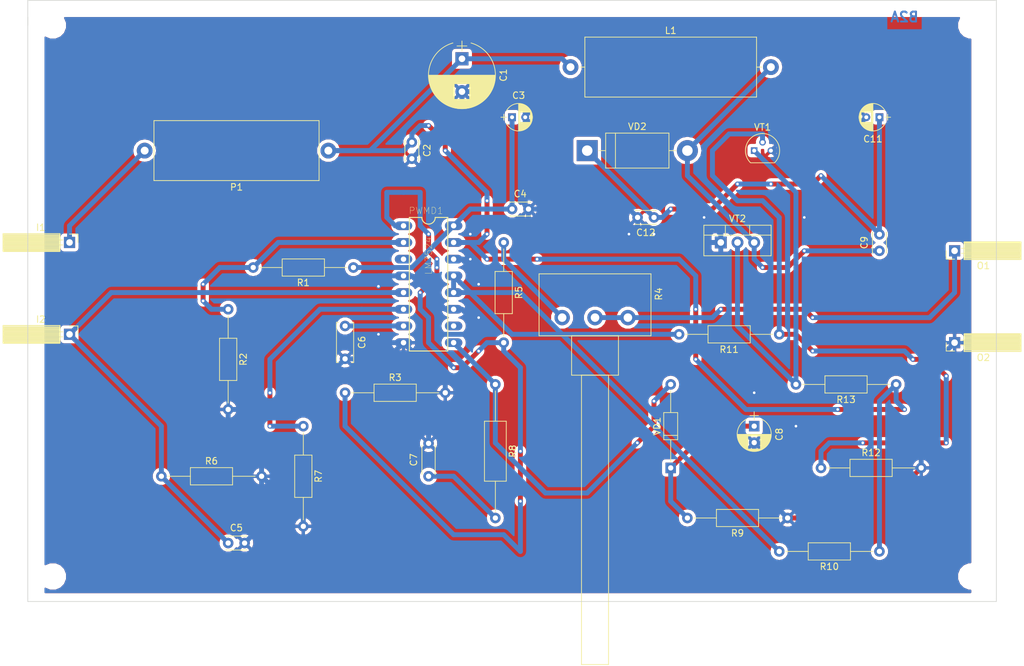
<source format=kicad_pcb>
(kicad_pcb (version 4) (host pcbnew 4.0.7)
  (layers (0 F.Cu signal) (31 B.Cu signal) (34 B.Paste user) (35 F.Paste user) (36 B.SilkS user) (37 F.SilkS user) (38 B.Mask user) (39 F.Mask user) (44 Edge.Cuts user))
  (net 0 "")
  (net 1 "Net-(C1-Pad1)")
  (net 2 GND)
  (net 3 "Net-(C3-Pad1)")
  (net 4 "Net-(C5-Pad1)")
  (net 5 "Net-(C6-Pad1)")
  (net 6 "Net-(C7-Pad1)")
  (net 7 "Net-(C8-Pad1)")
  (net 8 "Net-(C9-Pad1)")
  (net 9 "Net-(C11-Pad1)")
  (net 10 "Net-(I1-Pad1)")
  (net 11 "Net-(O1-Pad1)")
  (net 12 "Net-(PWMD1-Pad1)")
  (net 13 "Net-(PWMD1-Pad2)")
  (net 14 "Net-(PWMD1-Pad3)")
  (net 15 "Net-(PWMD1-Pad6)")
  (net 16 "Net-(PWMD1-Pad9)")
  (net 17 "Net-(PWMD1-Pad10)")
  (net 18 "Net-(PWMD1-Pad12)")
  (net 19 "Net-(R4-Pad1)")
  (net 20 "Net-(R11-Pad1)")
  (net 21 "Net-(R13-Pad2)")
  (module Capacitors_THT:CP_Radial_D10.0mm_P5.00mm (layer F.Cu) (at 129.54 48.26 270)
    (fp_text reference C1 (at 2.5 -6.31 270) (layer F.SilkS))
    (fp_text value "20V 1000uF")
    (pad 1 thru_hole rect (at 0 0 270) (size 2 2) (drill 1) (layers *.Cu *.Mask) (net 1 "Net-(C1-Pad1)"))
    (pad 2 thru_hole circle (at 5 0 270) (size 2 2) (drill 1) (layers *.Cu *.Mask) (net 2 GND))
  )
  (module Capacitors_THT:C_Disc_D3.0mm_W2.0mm_P2.50mm (layer F.Cu) (at 121.92 60.96 270)
    (fp_text reference C2 (at 1.25 -2.31 270) (layer F.SilkS))
    (fp_text value 0.1uF)
    (pad 1 thru_hole circle (at 0 0 270) (size 1.6 1.6) (drill 0.8) (layers *.Cu *.Mask) (net 1 "Net-(C1-Pad1)"))
    (pad 2 thru_hole circle (at 2.5 0 270) (size 1.6 1.6) (drill 0.8) (layers *.Cu *.Mask) (net 2 GND))
  )
  (module Capacitors_THT:CP_Radial_D4.0mm_P2.00mm (layer F.Cu) (at 137.16 57.15)
    (fp_text reference C3 (at 1 -3.31) (layer F.SilkS))
    (fp_text value "20V 10uF")
    (pad 1 thru_hole rect (at 0 0) (size 1.2 1.2) (drill 0.6) (layers *.Cu *.Mask) (net 3 "Net-(C3-Pad1)"))
    (pad 2 thru_hole circle (at 2 0) (size 1.2 1.2) (drill 0.6) (layers *.Cu *.Mask) (net 2 GND))
  )
  (module Capacitors_THT:C_Disc_D3.0mm_W2.0mm_P2.50mm (layer F.Cu) (at 137.16 71.12)
    (fp_text reference C4 (at 1.25 -2.31) (layer F.SilkS))
    (fp_text value 0.1uF)
    (pad 1 thru_hole circle (at 0 0) (size 1.6 1.6) (drill 0.8) (layers *.Cu *.Mask) (net 3 "Net-(C3-Pad1)"))
    (pad 2 thru_hole circle (at 2.5 0) (size 1.6 1.6) (drill 0.8) (layers *.Cu *.Mask) (net 2 GND))
  )
  (module Capacitors_THT:C_Disc_D3.0mm_W2.0mm_P2.50mm (layer F.Cu) (at 93.98 121.92)
    (fp_text reference C5 (at 1.25 -2.31) (layer F.SilkS))
    (fp_text value 0.1uF)
    (pad 1 thru_hole circle (at 0 0) (size 1.6 1.6) (drill 0.8) (layers *.Cu *.Mask) (net 4 "Net-(C5-Pad1)"))
    (pad 2 thru_hole circle (at 2.5 0) (size 1.6 1.6) (drill 0.8) (layers *.Cu *.Mask) (net 2 GND))
  )
  (module Capacitors_THT:C_Disc_D6.0mm_W2.5mm_P5.00mm (layer F.Cu) (at 111.76 88.9 270)
    (fp_text reference C6 (at 2.5 -2.56 270) (layer F.SilkS))
    (fp_text value 0.022uF)
    (pad 1 thru_hole circle (at 0 0 270) (size 1.6 1.6) (drill 0.8) (layers *.Cu *.Mask) (net 5 "Net-(C6-Pad1)"))
    (pad 2 thru_hole circle (at 5 0 270) (size 1.6 1.6) (drill 0.8) (layers *.Cu *.Mask) (net 2 GND))
  )
  (module Capacitors_THT:C_Disc_D4.3mm_W1.9mm_P5.00mm (layer F.Cu) (at 124.46 111.76 90)
    (fp_text reference C7 (at 2.5 -2.26 90) (layer F.SilkS))
    (fp_text value 1000pF)
    (pad 1 thru_hole circle (at 0 0 90) (size 1.6 1.6) (drill 0.8) (layers *.Cu *.Mask) (net 6 "Net-(C7-Pad1)"))
    (pad 2 thru_hole circle (at 5 0 90) (size 1.6 1.6) (drill 0.8) (layers *.Cu *.Mask) (net 2 GND))
  )
  (module Capacitors_THT:CP_Radial_D5.0mm_P2.50mm (layer F.Cu) (at 173.99 104.14 270)
    (fp_text reference C8 (at 1.25 -3.81 270) (layer F.SilkS))
    (fp_text value "25V 4.7uF")
    (pad 1 thru_hole rect (at 0 0 270) (size 1.6 1.6) (drill 0.8) (layers *.Cu *.Mask) (net 7 "Net-(C8-Pad1)"))
    (pad 2 thru_hole circle (at 2.5 0 270) (size 1.6 1.6) (drill 0.8) (layers *.Cu *.Mask) (net 2 GND))
  )
  (module Capacitors_THT:C_Disc_D3.0mm_W2.0mm_P2.50mm (layer F.Cu) (at 193.04 77.47 90)
    (fp_text reference C9 (at 1.25 -2.31 90) (layer F.SilkS))
    (fp_text value 0.1uF)
    (pad 1 thru_hole circle (at 0 0 90) (size 1.6 1.6) (drill 0.8) (layers *.Cu *.Mask) (net 8 "Net-(C9-Pad1)"))
    (pad 2 thru_hole circle (at 2.5 0 90) (size 1.6 1.6) (drill 0.8) (layers *.Cu *.Mask) (net 9 "Net-(C11-Pad1)"))
  )
  (module Capacitors_THT:CP_Radial_D4.0mm_P2.00mm (layer F.Cu) (at 193.04 57.15 180)
    (fp_text reference C11 (at 1 -3.31 180) (layer F.SilkS))
    (fp_text value "20V 10uF")
    (pad 1 thru_hole rect (at 0 0 180) (size 1.2 1.2) (drill 0.6) (layers *.Cu *.Mask) (net 9 "Net-(C11-Pad1)"))
    (pad 2 thru_hole circle (at 2 0 180) (size 1.2 1.2) (drill 0.6) (layers *.Cu *.Mask) (net 2 GND))
  )
  (module Capacitors_THT:C_Disc_D3.0mm_W2.0mm_P2.50mm (layer F.Cu) (at 158.75 72.39 180)
    (fp_text reference C12 (at 1.25 -2.31 180) (layer F.SilkS))
    (fp_text value 0.1uF)
    (pad 1 thru_hole circle (at 0 0 180) (size 1.6 1.6) (drill 0.8) (layers *.Cu *.Mask) (net 9 "Net-(C11-Pad1)"))
    (pad 2 thru_hole circle (at 2.5 0 180) (size 1.6 1.6) (drill 0.8) (layers *.Cu *.Mask) (net 2 GND))
  )
  (module Socket_Strips:Socket_Strip_Angled_1x01_Pitch2.54mm (layer F.Cu) (at 69.85 76.2)
    (fp_text reference I1 (at -4.38 -2.27) (layer F.SilkS))
    (fp_text value +13V)
    (pad 1 thru_hole rect (at 0 0) (size 1.7 1.7) (drill 1) (layers *.Cu *.Mask) (net 10 "Net-(I1-Pad1)"))
  )
  (module Socket_Strips:Socket_Strip_Angled_1x01_Pitch2.54mm (layer F.Cu) (at 69.85 90.17)
    (fp_text reference I2 (at -4.38 -2.27) (layer F.SilkS))
    (fp_text value -13V)
    (pad 1 thru_hole rect (at 0 0) (size 1.7 1.7) (drill 1) (layers *.Cu *.Mask) (net 4 "Net-(C5-Pad1)"))
  )
  (module Inductors_THT:L_Axial_L26.0mm_D9.0mm_P30.48mm_Horizontal_Fastron_77A (layer F.Cu) (at 146.05 49.53)
    (fp_text reference L1 (at 15.24 -5.56) (layer F.SilkS))
    (fp_text value "INDUCTOR 100uH")
    (pad 1 thru_hole circle (at 0 0) (size 2.4 2.4) (drill 1.2) (layers *.Cu *.Mask) (net 1 "Net-(C1-Pad1)"))
    (pad 2 thru_hole oval (at 30.48 0) (size 2.4 2.4) (drill 1.2) (layers *.Cu *.Mask) (net 8 "Net-(C9-Pad1)"))
  )
  (module Socket_Strips:Socket_Strip_Angled_1x01_Pitch2.54mm (layer F.Cu) (at 204.47 77.47 180)
    (fp_text reference O1 (at -4.38 -2.27 180) (layer F.SilkS))
    (fp_text value +19V)
    (pad 1 thru_hole rect (at 0 0 180) (size 1.7 1.7) (drill 1) (layers *.Cu *.Mask) (net 11 "Net-(O1-Pad1)"))
  )
  (module Socket_Strips:Socket_Strip_Angled_1x01_Pitch2.54mm (layer F.Cu) (at 204.47 91.44 180)
    (fp_text reference O2 (at -4.38 -2.27 180) (layer F.SilkS))
    (fp_text value -19V)
    (pad 1 thru_hole rect (at 0 0 180) (size 1.7 1.7) (drill 1) (layers *.Cu *.Mask) (net 2 GND))
  )
  (module Resistors_THT:R_Axial_Power_L25.0mm_W9.0mm_P27.94mm (layer F.Cu) (at 109.22 62.23 180)
    (fp_text reference P1 (at 13.97 -5.56 180) (layer F.SilkS))
    (fp_text value "10A Fuse")
    (pad 1 thru_hole circle (at 0 0 180) (size 2.4 2.4) (drill 1.2) (layers *.Cu *.Mask) (net 1 "Net-(C1-Pad1)"))
    (pad 2 thru_hole oval (at 27.94 0 180) (size 2.4 2.4) (drill 1.2) (layers *.Cu *.Mask) (net 10 "Net-(I1-Pad1)"))
  )
  (module LM3524:DIL16 (layer F.Cu) (at 124.46 82.55 270)
    (fp_text reference PWMD1 (at -11.1911 0.381503 360) (layer F.SilkS) (effects (font (size 1.00135 1.00135) (thickness 0.05))))
    (fp_text value LM3524 (at -4.3299 0.000002 270) (layer F.SilkS) (effects (font (size 1.00275 1.00275) (thickness 0.05))))
    (pad 1 thru_hole oval (at -8.89 3.81) (size 2.6416 1.3208) (drill 0.8128) (layers *.Cu *.Mask) (net 12 "Net-(PWMD1-Pad1)"))
    (pad 2 thru_hole oval (at -6.35 3.81) (size 2.6416 1.3208) (drill 0.8128) (layers *.Cu *.Mask) (net 13 "Net-(PWMD1-Pad2)"))
    (pad 7 thru_hole oval (at 6.35 3.81) (size 2.6416 1.3208) (drill 0.8128) (layers *.Cu *.Mask) (net 5 "Net-(C6-Pad1)"))
    (pad 8 thru_hole oval (at 8.89 3.81) (size 2.6416 1.3208) (drill 0.8128) (layers *.Cu *.Mask) (net 2 GND))
    (pad 3 thru_hole oval (at -3.81 3.81) (size 2.6416 1.3208) (drill 0.8128) (layers *.Cu *.Mask) (net 14 "Net-(PWMD1-Pad3)"))
    (pad 4 thru_hole oval (at -1.27 3.81) (size 2.6416 1.3208) (drill 0.8128) (layers *.Cu *.Mask) (net 2 GND))
    (pad 6 thru_hole oval (at 3.81 3.81) (size 2.6416 1.3208) (drill 0.8128) (layers *.Cu *.Mask) (net 15 "Net-(PWMD1-Pad6)"))
    (pad 5 thru_hole oval (at 1.27 3.81) (size 2.6416 1.3208) (drill 0.8128) (layers *.Cu *.Mask) (net 4 "Net-(C5-Pad1)"))
    (pad 9 thru_hole oval (at 8.89 -3.81) (size 2.6416 1.3208) (drill 0.8128) (layers *.Cu *.Mask) (net 16 "Net-(PWMD1-Pad9)"))
    (pad 10 thru_hole oval (at 6.35 -3.81) (size 2.6416 1.3208) (drill 0.8128) (layers *.Cu *.Mask) (net 17 "Net-(PWMD1-Pad10)"))
    (pad 11 thru_hole oval (at 3.81 -3.81) (size 2.6416 1.3208) (drill 0.8128) (layers *.Cu *.Mask) (net 2 GND))
    (pad 12 thru_hole oval (at 1.27 -3.81) (size 2.6416 1.3208) (drill 0.8128) (layers *.Cu *.Mask) (net 18 "Net-(PWMD1-Pad12)"))
    (pad 13 thru_hole oval (at -1.27 -3.81) (size 2.6416 1.3208) (drill 0.8128) (layers *.Cu *.Mask) (net 18 "Net-(PWMD1-Pad12)"))
    (pad 14 thru_hole oval (at -3.81 -3.81) (size 2.6416 1.3208) (drill 0.8128) (layers *.Cu *.Mask) (net 2 GND))
    (pad 15 thru_hole oval (at -6.35 -3.81) (size 2.6416 1.3208) (drill 0.8128) (layers *.Cu *.Mask) (net 1 "Net-(C1-Pad1)"))
    (pad 16 thru_hole oval (at -8.89 -3.81) (size 2.6416 1.3208) (drill 0.8128) (layers *.Cu *.Mask) (net 3 "Net-(C3-Pad1)"))
  )
  (module Resistors_THT:R_Axial_DIN0207_L6.3mm_D2.5mm_P15.24mm_Horizontal (layer F.Cu) (at 113.03 80.01 180)
    (fp_text reference R1 (at 7.62 -2.31 180) (layer F.SilkS))
    (fp_text value "4.7k ohm")
    (pad 1 thru_hole circle (at 0 0 180) (size 1.6 1.6) (drill 0.8) (layers *.Cu *.Mask) (net 3 "Net-(C3-Pad1)"))
    (pad 2 thru_hole oval (at 15.24 0 180) (size 1.6 1.6) (drill 0.8) (layers *.Cu *.Mask) (net 13 "Net-(PWMD1-Pad2)"))
  )
  (module Resistors_THT:R_Axial_DIN0207_L6.3mm_D2.5mm_P15.24mm_Horizontal (layer F.Cu) (at 93.98 86.36 270)
    (fp_text reference R2 (at 7.62 -2.31 270) (layer F.SilkS))
    (fp_text value "4.7k ohm")
    (pad 1 thru_hole circle (at 0 0 270) (size 1.6 1.6) (drill 0.8) (layers *.Cu *.Mask) (net 13 "Net-(PWMD1-Pad2)"))
    (pad 2 thru_hole oval (at 15.24 0 270) (size 1.6 1.6) (drill 0.8) (layers *.Cu *.Mask) (net 2 GND))
  )
  (module Resistors_THT:R_Axial_DIN0207_L6.3mm_D2.5mm_P15.24mm_Horizontal (layer F.Cu) (at 111.76 99.06)
    (fp_text reference R3 (at 7.62 -2.31) (layer F.SilkS))
    (fp_text value "2.4k ohm")
    (pad 1 thru_hole circle (at 0 0) (size 1.6 1.6) (drill 0.8) (layers *.Cu *.Mask) (net 12 "Net-(PWMD1-Pad1)"))
    (pad 2 thru_hole oval (at 15.24 0) (size 1.6 1.6) (drill 0.8) (layers *.Cu *.Mask) (net 2 GND))
  )
  (module Potentiometers:Potentiometer_Omeg_PC16PU_Vertical (layer F.Cu) (at 144.78 87.63 270)
    (fp_text reference R4 (at -3.6 -14.7 270) (layer F.SilkS))
    (fp_text value "4.7k ohm")
    (pad 3 thru_hole circle (at 0 -10 270) (size 2.34 2.34) (drill 1.3) (layers *.Cu *.Mask) (net 11 "Net-(O1-Pad1)"))
    (pad 2 thru_hole circle (at 0 -5 270) (size 2.34 2.34) (drill 1.3) (layers *.Cu *.Mask) (net 11 "Net-(O1-Pad1)"))
    (pad 1 thru_hole circle (at 0 0 270) (size 2.34 2.34) (drill 1.3) (layers *.Cu *.Mask) (net 19 "Net-(R4-Pad1)"))
  )
  (module Resistors_THT:R_Axial_DIN0207_L6.3mm_D2.5mm_P15.24mm_Horizontal (layer F.Cu) (at 135.89 76.2 270)
    (fp_text reference R5 (at 7.62 -2.31 270) (layer F.SilkS))
    (fp_text value "12k ohm")
    (pad 1 thru_hole circle (at 0 0 270) (size 1.6 1.6) (drill 0.8) (layers *.Cu *.Mask) (net 19 "Net-(R4-Pad1)"))
    (pad 2 thru_hole oval (at 15.24 0 270) (size 1.6 1.6) (drill 0.8) (layers *.Cu *.Mask) (net 12 "Net-(PWMD1-Pad1)"))
  )
  (module Resistors_THT:R_Axial_DIN0207_L6.3mm_D2.5mm_P15.24mm_Horizontal (layer F.Cu) (at 83.82 111.76)
    (fp_text reference R6 (at 7.62 -2.31) (layer F.SilkS))
    (fp_text value "0.04 ohm")
    (pad 1 thru_hole circle (at 0 0) (size 1.6 1.6) (drill 0.8) (layers *.Cu *.Mask) (net 4 "Net-(C5-Pad1)"))
    (pad 2 thru_hole oval (at 15.24 0) (size 1.6 1.6) (drill 0.8) (layers *.Cu *.Mask) (net 2 GND))
  )
  (module Resistors_THT:R_Axial_DIN0207_L6.3mm_D2.5mm_P15.24mm_Horizontal (layer F.Cu) (at 105.41 104.14 270)
    (fp_text reference R7 (at 7.62 -2.31 270) (layer F.SilkS))
    (fp_text value "2.7 ohm")
    (pad 1 thru_hole circle (at 0 0 270) (size 1.6 1.6) (drill 0.8) (layers *.Cu *.Mask) (net 15 "Net-(PWMD1-Pad6)"))
    (pad 2 thru_hole oval (at 15.24 0 270) (size 1.6 1.6) (drill 0.8) (layers *.Cu *.Mask) (net 2 GND))
  )
  (module Resistors_THT:R_Axial_DIN0309_L9.0mm_D3.2mm_P20.32mm_Horizontal (layer F.Cu) (at 134.62 97.79 270)
    (fp_text reference R8 (at 10.16 -2.66 270) (layer F.SilkS))
    (fp_text value "4.7k ohm")
    (pad 1 thru_hole circle (at 0 0 270) (size 1.6 1.6) (drill 0.8) (layers *.Cu *.Mask) (net 16 "Net-(PWMD1-Pad9)"))
    (pad 2 thru_hole oval (at 20.32 0 270) (size 1.6 1.6) (drill 0.8) (layers *.Cu *.Mask) (net 6 "Net-(C7-Pad1)"))
  )
  (module Resistors_THT:R_Axial_DIN0207_L6.3mm_D2.5mm_P15.24mm_Horizontal (layer F.Cu) (at 179.07 118.11 180)
    (fp_text reference R9 (at 7.62 -2.31 180) (layer F.SilkS))
    (fp_text value "1M ohm")
    (pad 1 thru_hole circle (at 0 0 180) (size 1.6 1.6) (drill 0.8) (layers *.Cu *.Mask) (net 2 GND))
    (pad 2 thru_hole oval (at 15.24 0 180) (size 1.6 1.6) (drill 0.8) (layers *.Cu *.Mask) (net 7 "Net-(C8-Pad1)"))
  )
  (module Resistors_THT:R_Axial_DIN0207_L6.3mm_D2.5mm_P15.24mm_Horizontal (layer F.Cu) (at 193.04 123.19 180)
    (fp_text reference R10 (at 7.62 -2.31 180) (layer F.SilkS))
    (fp_text value "2.2k ohm")
    (pad 1 thru_hole circle (at 0 0 180) (size 1.6 1.6) (drill 0.8) (layers *.Cu *.Mask) (net 1 "Net-(C1-Pad1)"))
    (pad 2 thru_hole oval (at 15.24 0 180) (size 1.6 1.6) (drill 0.8) (layers *.Cu *.Mask) (net 18 "Net-(PWMD1-Pad12)"))
  )
  (module Resistors_THT:R_Axial_DIN0207_L6.3mm_D2.5mm_P15.24mm_Horizontal (layer F.Cu) (at 177.8 90.17 180)
    (fp_text reference R11 (at 7.62 -2.31 180) (layer F.SilkS))
    (fp_text value "470 ohm")
    (pad 1 thru_hole circle (at 0 0 180) (size 1.6 1.6) (drill 0.8) (layers *.Cu *.Mask) (net 20 "Net-(R11-Pad1)"))
    (pad 2 thru_hole oval (at 15.24 0 180) (size 1.6 1.6) (drill 0.8) (layers *.Cu *.Mask) (net 18 "Net-(PWMD1-Pad12)"))
  )
  (module Resistors_THT:R_Axial_DIN0207_L6.3mm_D2.5mm_P15.24mm_Horizontal (layer F.Cu) (at 184.15 110.49)
    (fp_text reference R12 (at 7.62 -2.31) (layer F.SilkS))
    (fp_text value "1k ohm")
    (pad 1 thru_hole circle (at 0 0) (size 1.6 1.6) (drill 0.8) (layers *.Cu *.Mask) (net 20 "Net-(R11-Pad1)"))
    (pad 2 thru_hole oval (at 15.24 0) (size 1.6 1.6) (drill 0.8) (layers *.Cu *.Mask) (net 2 GND))
  )
  (module Resistors_THT:R_Axial_DIN0207_L6.3mm_D2.5mm_P15.24mm_Horizontal (layer F.Cu) (at 195.58 97.79 180)
    (fp_text reference R13 (at 7.62 -2.31 180) (layer F.SilkS))
    (fp_text value "1.8k ohm")
    (pad 1 thru_hole circle (at 0 0 180) (size 1.6 1.6) (drill 0.8) (layers *.Cu *.Mask) (net 1 "Net-(C1-Pad1)"))
    (pad 2 thru_hole oval (at 15.24 0 180) (size 1.6 1.6) (drill 0.8) (layers *.Cu *.Mask) (net 21 "Net-(R13-Pad2)"))
  )
  (module Diodes_THT:D_DO-35_SOD27_P12.70mm_Horizontal (layer F.Cu) (at 161.29 110.49 90)
    (fp_text reference VD1 (at 6.35 -2.06 90) (layer F.SilkS))
    (fp_text value IN4148)
    (pad 1 thru_hole rect (at 0 0 90) (size 1.6 1.6) (drill 0.8) (layers *.Cu *.Mask) (net 7 "Net-(C8-Pad1)"))
    (pad 2 thru_hole oval (at 12.7 0 90) (size 1.6 1.6) (drill 0.8) (layers *.Cu *.Mask) (net 16 "Net-(PWMD1-Pad9)"))
  )
  (module Diodes_THT:D_DO-201AD_P15.24mm_Horizontal (layer F.Cu) (at 148.59 62.23)
    (fp_text reference VD2 (at 7.62 -3.66) (layer F.SilkS))
    (fp_text value SB580)
    (pad 1 thru_hole rect (at 0 0) (size 3.2 3.2) (drill 1.6) (layers *.Cu *.Mask) (net 9 "Net-(C11-Pad1)"))
    (pad 2 thru_hole oval (at 15.24 0) (size 3.2 3.2) (drill 1.6) (layers *.Cu *.Mask) (net 8 "Net-(C9-Pad1)"))
  )
  (module TO_SOT_Packages_THT:TO-92_Molded_Narrow (layer F.Cu) (at 173.99 62.23)
    (fp_text reference VT1 (at 1.27 -3.56) (layer F.SilkS))
    (fp_text value BC548)
    (pad 2 thru_hole circle (at 1.27 -1.27 90) (size 1 1) (drill 0.6) (layers *.Cu *.Mask) (net 20 "Net-(R11-Pad1)"))
    (pad 3 thru_hole circle (at 2.54 0 90) (size 1 1) (drill 0.6) (layers *.Cu *.Mask) (net 2 GND))
    (pad 1 thru_hole rect (at 0 0 90) (size 1 1) (drill 0.6) (layers *.Cu *.Mask) (net 21 "Net-(R13-Pad2)"))
  )
  (module TO_SOT_Packages_THT:TO-220-3_Vertical (layer F.Cu) (at 168.91 76.2)
    (fp_text reference VT2 (at 2.54 -3.62) (layer F.SilkS))
    (fp_text value BUZ78)
    (pad 1 thru_hole rect (at 0 0) (size 1.8 1.8) (drill 1) (layers *.Cu *.Mask) (net 2 GND))
    (pad 2 thru_hole oval (at 2.54 0) (size 1.8 1.8) (drill 1) (layers *.Cu *.Mask) (net 21 "Net-(R13-Pad2)"))
    (pad 3 thru_hole oval (at 5.08 0) (size 1.8 1.8) (drill 1) (layers *.Cu *.Mask) (net 8 "Net-(C9-Pad1)"))
  )
  (module Mounting_Holes:MountingHole_3mm (layer F.Cu) (at 67.31 43.18)
    (fp_text reference REF** hide)
    (fp_text value MountingHole_3mm)
    (pad 1 np_thru_hole circle (at 0 0) (size 3 3) (drill 3) (layers *.Cu *.Mask))
  )
  (module Mounting_Holes:MountingHole_3mm (layer F.Cu) (at 67.31 127)
    (fp_text reference REF** hide)
    (fp_text value MountingHole_3mm)
    (pad 1 np_thru_hole circle (at 0 0) (size 3 3) (drill 3) (layers *.Cu *.Mask))
  )
  (module Mounting_Holes:MountingHole_3mm (layer F.Cu) (at 207.01 127)
    (fp_text reference REF** hide)
    (fp_text value MountingHole_3mm)
    (pad 1 np_thru_hole circle (at 0 0) (size 3 3) (drill 3) (layers *.Cu *.Mask))
  )
  (module Mounting_Holes:MountingHole_3mm (layer F.Cu) (at 207.01 43.18)
    (fp_text reference REF** hide)
    (fp_text value MountingHole_3mm)
    (pad 1 np_thru_hole circle (at 0 0) (size 3 3) (drill 3) (layers *.Cu *.Mask))
  )
  (gr_text B2A (at 196.85 41.91) (layer B.Cu) (effects (font (size 1.5 1.5) (thickness 0.3)) (justify mirror)))
  (gr_line (start 63.5 39.37) (end 63.5 43.18) (angle 90) (layer Edge.Cuts) (width 0.1))
  (gr_line (start 210.82 39.37) (end 63.5 39.37) (angle 90) (layer Edge.Cuts) (width 0.1))
  (gr_line (start 210.82 130.81) (end 210.82 39.37) (angle 90) (layer Edge.Cuts) (width 0.1))
  (gr_line (start 63.5 130.81) (end 210.82 130.81) (angle 90) (layer Edge.Cuts) (width 0.1))
  (gr_line (start 63.5 41.91) (end 63.5 130.81) (angle 90) (layer Edge.Cuts) (width 0.1))
  (segment (start 121.92 60.96) (end 121.92 59.69) (width 0.75) (layer B.Cu) (net 1))
  (segment (start 132.08 76.2) (end 128.27 76.2) (width 0.75) (layer B.Cu) (net 1))
  (segment (start 133.35 74.93) (end 132.08 76.2) (width 0.75) (layer B.Cu) (net 1))
  (via (at 133.35 74.93) (size 0.6) (drill 0.4) (layers F.Cu B.Cu) (net 1))
  (segment (start 133.35 69.85) (end 133.35 74.93) (width 0.75) (layer F.Cu) (net 1))
  (via (at 133.35 69.85) (size 0.6) (drill 0.4) (layers F.Cu B.Cu) (net 1))
  (segment (start 133.35 68.58) (end 133.35 69.85) (width 0.75) (layer B.Cu) (net 1))
  (segment (start 127 62.23) (end 133.35 68.58) (width 0.75) (layer B.Cu) (net 1))
  (via (at 127 62.23) (size 0.6) (drill 0.4) (layers F.Cu B.Cu) (net 1))
  (segment (start 127 60.96) (end 127 62.23) (width 0.75) (layer F.Cu) (net 1))
  (segment (start 124.46 58.42) (end 127 60.96) (width 0.75) (layer F.Cu) (net 1))
  (via (at 124.46 58.42) (size 0.6) (drill 0.4) (layers F.Cu B.Cu) (net 1))
  (segment (start 123.19 58.42) (end 124.46 58.42) (width 0.75) (layer B.Cu) (net 1))
  (segment (start 121.92 59.69) (end 123.19 58.42) (width 0.75) (layer B.Cu) (net 1))
  (segment (start 128.27 76.2) (end 130.81 76.2) (width 0.75) (layer B.Cu) (net 1))
  (segment (start 130.81 76.2) (end 133.35 78.74) (width 0.75) (layer B.Cu) (net 1))
  (via (at 133.35 78.74) (size 0.6) (drill 0.4) (layers F.Cu B.Cu) (net 1))
  (segment (start 133.35 78.74) (end 140.97 78.74) (width 0.75) (layer F.Cu) (net 1))
  (via (at 140.97 78.74) (size 0.6) (drill 0.4) (layers F.Cu B.Cu) (net 1))
  (segment (start 140.97 78.74) (end 162.56 78.74) (width 0.75) (layer B.Cu) (net 1))
  (segment (start 162.56 78.74) (end 165.1 81.28) (width 0.75) (layer B.Cu) (net 1))
  (segment (start 165.1 81.28) (end 165.1 86.36) (width 0.75) (layer B.Cu) (net 1))
  (via (at 165.1 86.36) (size 0.6) (drill 0.4) (layers F.Cu B.Cu) (net 1))
  (segment (start 165.1 86.36) (end 165.1 93.98) (width 0.75) (layer F.Cu) (net 1))
  (via (at 165.1 93.98) (size 0.6) (drill 0.4) (layers F.Cu B.Cu) (net 1))
  (segment (start 165.1 93.98) (end 172.72 101.6) (width 0.75) (layer B.Cu) (net 1))
  (segment (start 172.72 101.6) (end 186.69 101.6) (width 0.75) (layer B.Cu) (net 1))
  (via (at 186.69 101.6) (size 0.6) (drill 0.4) (layers F.Cu B.Cu) (net 1))
  (segment (start 186.69 101.6) (end 196.85 101.6) (width 0.75) (layer F.Cu) (net 1))
  (via (at 196.85 101.6) (size 0.6) (drill 0.4) (layers F.Cu B.Cu) (net 1))
  (segment (start 196.85 101.6) (end 195.58 100.33) (width 0.75) (layer B.Cu) (net 1))
  (segment (start 195.58 100.33) (end 195.58 97.79) (width 0.75) (layer B.Cu) (net 1))
  (segment (start 193.04 123.19) (end 193.04 100.33) (width 0.75) (layer B.Cu) (net 1))
  (segment (start 193.04 100.33) (end 195.58 97.79) (width 0.75) (layer B.Cu) (net 1))
  (segment (start 129.54 48.26) (end 144.78 48.26) (width 0.75) (layer B.Cu) (net 1))
  (segment (start 144.78 48.26) (end 146.05 49.53) (width 0.75) (layer B.Cu) (net 1))
  (segment (start 109.22 62.23) (end 120.65 62.23) (width 0.75) (layer B.Cu) (net 1))
  (segment (start 120.65 62.23) (end 121.92 60.96) (width 0.75) (layer B.Cu) (net 1))
  (segment (start 109.22 62.23) (end 115.57 62.23) (width 0.75) (layer B.Cu) (net 1))
  (segment (start 115.57 62.23) (end 129.54 48.26) (width 0.75) (layer B.Cu) (net 1))
  (segment (start 120.65 81.28) (end 116.84 81.28) (width 0.75) (layer B.Cu) (net 2))
  (segment (start 118.11 91.44) (end 120.65 91.44) (width 0.75) (layer B.Cu) (net 2))
  (segment (start 116.84 90.17) (end 118.11 91.44) (width 0.75) (layer B.Cu) (net 2))
  (via (at 116.84 90.17) (size 0.6) (drill 0.4) (layers F.Cu B.Cu) (net 2))
  (segment (start 116.84 82.869998) (end 116.84 90.17) (width 0.75) (layer F.Cu) (net 2))
  (via (at 116.84 82.869998) (size 0.6) (drill 0.4) (layers F.Cu B.Cu) (net 2))
  (segment (start 116.84 81.28) (end 116.84 82.869998) (width 0.75) (layer B.Cu) (net 2))
  (segment (start 128.27 78.74) (end 129.54 78.74) (width 0.75) (layer B.Cu) (net 2))
  (segment (start 129.54 78.74) (end 132.08 81.28) (width 0.75) (layer B.Cu) (net 2))
  (segment (start 132.08 87.63) (end 130.81 87.63) (width 0.75) (layer B.Cu) (net 2))
  (via (at 132.08 87.63) (size 0.6) (drill 0.4) (layers F.Cu B.Cu) (net 2))
  (segment (start 132.08 82.55) (end 132.08 87.63) (width 0.75) (layer F.Cu) (net 2))
  (via (at 132.08 82.55) (size 0.6) (drill 0.4) (layers F.Cu B.Cu) (net 2))
  (segment (start 132.08 81.28) (end 132.08 82.55) (width 0.75) (layer B.Cu) (net 2))
  (segment (start 128.27 86.36) (end 127 86.36) (width 0.75) (layer B.Cu) (net 2))
  (segment (start 127 86.36) (end 125.73 85.09) (width 0.75) (layer B.Cu) (net 2))
  (segment (start 120.65 81.28) (end 121.92 81.28) (width 0.75) (layer B.Cu) (net 2))
  (segment (start 121.92 81.28) (end 125.73 85.09) (width 0.75) (layer B.Cu) (net 2))
  (segment (start 125.73 85.09) (end 125.73 90.17) (width 0.75) (layer B.Cu) (net 2))
  (segment (start 125.73 90.17) (end 130.81 90.17) (width 0.75) (layer B.Cu) (net 2))
  (segment (start 130.81 90.17) (end 130.81 87.63) (width 0.75) (layer B.Cu) (net 2))
  (segment (start 130.81 87.63) (end 129.54 86.36) (width 0.75) (layer B.Cu) (net 2))
  (segment (start 129.54 86.36) (end 128.27 86.36) (width 0.75) (layer B.Cu) (net 2))
  (segment (start 168.91 76.2) (end 168.91 83.82) (width 0.75) (layer B.Cu) (net 2))
  (segment (start 177.8 106.68) (end 174.03 106.68) (width 0.75) (layer B.Cu) (net 2))
  (segment (start 180.34 104.14) (end 177.8 106.68) (width 0.75) (layer B.Cu) (net 2))
  (via (at 180.34 104.14) (size 0.6) (drill 0.4) (layers F.Cu B.Cu) (net 2))
  (segment (start 179.07 102.87) (end 180.34 104.14) (width 0.75) (layer F.Cu) (net 2))
  (segment (start 177.8 102.87) (end 179.07 102.87) (width 0.75) (layer F.Cu) (net 2))
  (segment (start 173.99 99.06) (end 177.8 102.87) (width 0.75) (layer F.Cu) (net 2))
  (via (at 173.99 99.06) (size 0.6) (drill 0.4) (layers F.Cu B.Cu) (net 2))
  (segment (start 172.72 97.79) (end 173.99 99.06) (width 0.75) (layer B.Cu) (net 2))
  (segment (start 172.72 96.52) (end 172.72 97.79) (width 0.75) (layer B.Cu) (net 2))
  (segment (start 170.18 93.98) (end 172.72 96.52) (width 0.75) (layer B.Cu) (net 2))
  (segment (start 170.18 85.09) (end 170.18 93.98) (width 0.75) (layer B.Cu) (net 2))
  (segment (start 168.91 83.82) (end 170.18 85.09) (width 0.75) (layer B.Cu) (net 2))
  (segment (start 174.03 106.68) (end 173.99 106.64) (width 0.75) (layer B.Cu) (net 2))
  (segment (start 168.91 76.2) (end 166.37 76.2) (width 0.75) (layer B.Cu) (net 2))
  (segment (start 156.25 73.62) (end 156.25 72.39) (width 0.75) (layer B.Cu) (net 2))
  (segment (start 154.94 74.93) (end 156.25 73.62) (width 0.75) (layer B.Cu) (net 2))
  (via (at 154.94 74.93) (size 0.6) (drill 0.4) (layers F.Cu B.Cu) (net 2))
  (segment (start 158.75 74.93) (end 154.94 74.93) (width 0.75) (layer F.Cu) (net 2))
  (via (at 158.75 74.93) (size 0.6) (drill 0.4) (layers F.Cu B.Cu) (net 2))
  (segment (start 165.1 74.93) (end 158.75 74.93) (width 0.75) (layer B.Cu) (net 2))
  (segment (start 166.37 76.2) (end 165.1 74.93) (width 0.75) (layer B.Cu) (net 2))
  (segment (start 139.66 71.12) (end 139.66 73.62) (width 0.75) (layer B.Cu) (net 2))
  (segment (start 130.81 78.74) (end 128.27 78.74) (width 0.75) (layer B.Cu) (net 2))
  (via (at 130.81 78.74) (size 0.6) (drill 0.4) (layers F.Cu B.Cu) (net 2))
  (segment (start 130.81 74.93) (end 130.81 78.74) (width 0.75) (layer F.Cu) (net 2))
  (via (at 130.81 74.93) (size 0.6) (drill 0.4) (layers F.Cu B.Cu) (net 2))
  (segment (start 132.08 73.66) (end 130.81 74.93) (width 0.75) (layer B.Cu) (net 2))
  (segment (start 139.62 73.66) (end 132.08 73.66) (width 0.75) (layer B.Cu) (net 2))
  (segment (start 139.66 73.62) (end 139.62 73.66) (width 0.75) (layer B.Cu) (net 2))
  (segment (start 139.66 71.12) (end 154.98 71.12) (width 0.75) (layer B.Cu) (net 2))
  (segment (start 154.98 71.12) (end 156.25 72.39) (width 0.75) (layer B.Cu) (net 2))
  (segment (start 176.53 62.23) (end 177.8 62.23) (width 0.75) (layer B.Cu) (net 2))
  (segment (start 168.91 74.93) (end 168.91 76.2) (width 0.75) (layer B.Cu) (net 2))
  (segment (start 166.37 72.39) (end 168.91 74.93) (width 0.75) (layer B.Cu) (net 2))
  (via (at 166.37 72.39) (size 0.6) (drill 0.4) (layers F.Cu B.Cu) (net 2))
  (segment (start 181.61 72.39) (end 166.37 72.39) (width 0.75) (layer F.Cu) (net 2))
  (via (at 181.61 72.39) (size 0.6) (drill 0.4) (layers F.Cu B.Cu) (net 2))
  (segment (start 182.88 71.12) (end 181.61 72.39) (width 0.75) (layer B.Cu) (net 2))
  (segment (start 182.88 67.31) (end 182.88 71.12) (width 0.75) (layer B.Cu) (net 2))
  (segment (start 177.8 62.23) (end 182.88 67.31) (width 0.75) (layer B.Cu) (net 2))
  (segment (start 93.98 101.6) (end 93.98 105.41) (width 0.75) (layer B.Cu) (net 2))
  (segment (start 99.06 109.22) (end 99.06 111.76) (width 0.75) (layer B.Cu) (net 2))
  (segment (start 97.79 107.95) (end 99.06 109.22) (width 0.75) (layer B.Cu) (net 2))
  (segment (start 96.52 107.95) (end 97.79 107.95) (width 0.75) (layer B.Cu) (net 2))
  (segment (start 93.98 105.41) (end 96.52 107.95) (width 0.75) (layer B.Cu) (net 2))
  (segment (start 129.54 53.26) (end 137.08 53.26) (width 0.75) (layer B.Cu) (net 2))
  (segment (start 139.16 55.34) (end 139.16 57.15) (width 0.75) (layer B.Cu) (net 2))
  (segment (start 137.08 53.26) (end 139.16 55.34) (width 0.75) (layer B.Cu) (net 2))
  (segment (start 191.77 118.11) (end 199.39 110.49) (width 0.75) (layer F.Cu) (net 2))
  (segment (start 179.07 118.11) (end 191.77 118.11) (width 0.75) (layer F.Cu) (net 2))
  (segment (start 139.16 57.15) (end 139.16 70.62) (width 0.75) (layer B.Cu) (net 2))
  (segment (start 139.16 70.62) (end 139.66 71.12) (width 0.75) (layer B.Cu) (net 2))
  (segment (start 199.39 110.49) (end 199.39 96.52) (width 0.75) (layer B.Cu) (net 2))
  (segment (start 199.39 96.52) (end 204.47 91.44) (width 0.75) (layer B.Cu) (net 2))
  (segment (start 173.99 106.64) (end 173.99 113.03) (width 0.75) (layer B.Cu) (net 2))
  (segment (start 173.99 113.03) (end 179.07 118.11) (width 0.75) (layer B.Cu) (net 2))
  (segment (start 124.46 106.76) (end 124.46 95.25) (width 0.75) (layer B.Cu) (net 2))
  (segment (start 124.46 95.25) (end 120.65 91.44) (width 0.75) (layer B.Cu) (net 2))
  (segment (start 127 99.06) (end 127 97.79) (width 0.75) (layer B.Cu) (net 2))
  (segment (start 127 97.79) (end 120.65 91.44) (width 0.75) (layer B.Cu) (net 2))
  (segment (start 93.98 101.6) (end 104.06 101.6) (width 0.75) (layer B.Cu) (net 2))
  (segment (start 104.06 101.6) (end 111.76 93.9) (width 0.75) (layer B.Cu) (net 2))
  (segment (start 111.76 93.9) (end 118.19 93.9) (width 0.75) (layer B.Cu) (net 2))
  (segment (start 118.19 93.9) (end 120.65 91.44) (width 0.75) (layer B.Cu) (net 2))
  (segment (start 105.41 119.38) (end 105.41 118.11) (width 0.75) (layer B.Cu) (net 2))
  (segment (start 105.41 118.11) (end 99.06 111.76) (width 0.75) (layer B.Cu) (net 2))
  (segment (start 99.06 111.76) (end 99.06 119.34) (width 0.75) (layer B.Cu) (net 2))
  (segment (start 99.06 119.34) (end 96.48 121.92) (width 0.75) (layer B.Cu) (net 2))
  (segment (start 176.53 62.23) (end 185.96 62.23) (width 0.75) (layer B.Cu) (net 2))
  (segment (start 185.96 62.23) (end 191.04 57.15) (width 0.75) (layer B.Cu) (net 2))
  (segment (start 168.91 76.2) (end 158.75 76.2) (width 0.75) (layer B.Cu) (net 2))
  (segment (start 158.75 76.2) (end 156.21 73.66) (width 0.75) (layer B.Cu) (net 2))
  (segment (start 129.54 53.26) (end 129.54 55.84) (width 0.75) (layer B.Cu) (net 2))
  (segment (start 129.54 55.84) (end 121.92 63.46) (width 0.75) (layer B.Cu) (net 2))
  (segment (start 137.16 57.15) (end 137.16 71.12) (width 0.75) (layer B.Cu) (net 3))
  (segment (start 137.16 71.12) (end 130.81 71.12) (width 0.75) (layer B.Cu) (net 3))
  (segment (start 130.81 71.12) (end 128.27 73.66) (width 0.75) (layer B.Cu) (net 3))
  (segment (start 113.03 80.01) (end 121.92 80.01) (width 0.75) (layer B.Cu) (net 3))
  (segment (start 121.92 80.01) (end 128.27 73.66) (width 0.75) (layer B.Cu) (net 3))
  (segment (start 93.98 121.92) (end 83.82 111.76) (width 0.75) (layer B.Cu) (net 4))
  (segment (start 83.82 111.76) (end 83.82 104.14) (width 0.75) (layer B.Cu) (net 4))
  (segment (start 83.82 104.14) (end 69.85 90.17) (width 0.75) (layer B.Cu) (net 4))
  (segment (start 120.65 83.82) (end 76.2 83.82) (width 0.75) (layer B.Cu) (net 4))
  (segment (start 76.2 83.82) (end 69.85 90.17) (width 0.75) (layer B.Cu) (net 4))
  (segment (start 111.76 88.9) (end 120.65 88.9) (width 0.75) (layer B.Cu) (net 5))
  (segment (start 124.46 111.76) (end 128.27 111.76) (width 0.75) (layer B.Cu) (net 6))
  (segment (start 128.27 111.76) (end 134.62 118.11) (width 0.75) (layer B.Cu) (net 6))
  (segment (start 173.99 104.14) (end 167.64 104.14) (width 0.75) (layer F.Cu) (net 7))
  (segment (start 167.64 104.14) (end 161.29 110.49) (width 0.75) (layer F.Cu) (net 7))
  (segment (start 161.29 110.49) (end 161.29 115.57) (width 0.75) (layer B.Cu) (net 7))
  (segment (start 161.29 115.57) (end 163.83 118.11) (width 0.75) (layer B.Cu) (net 7))
  (segment (start 193.04 77.47) (end 181.61 77.47) (width 0.75) (layer B.Cu) (net 8))
  (segment (start 173.99 78.74) (end 173.99 76.2) (width 0.75) (layer B.Cu) (net 8))
  (segment (start 175.26 80.01) (end 173.99 78.74) (width 0.75) (layer B.Cu) (net 8))
  (via (at 175.26 80.01) (size 0.6) (drill 0.4) (layers F.Cu B.Cu) (net 8))
  (segment (start 179.07 80.01) (end 175.26 80.01) (width 0.75) (layer F.Cu) (net 8))
  (segment (start 181.61 77.47) (end 179.07 80.01) (width 0.75) (layer F.Cu) (net 8))
  (via (at 181.61 77.47) (size 0.6) (drill 0.4) (layers F.Cu B.Cu) (net 8))
  (segment (start 163.83 62.23) (end 163.83 66.04) (width 0.75) (layer B.Cu) (net 8))
  (segment (start 163.83 66.04) (end 173.99 76.2) (width 0.75) (layer B.Cu) (net 8))
  (segment (start 176.53 49.53) (end 163.83 62.23) (width 0.75) (layer B.Cu) (net 8))
  (segment (start 193.04 74.97) (end 193.04 74.93) (width 0.75) (layer B.Cu) (net 9))
  (segment (start 193.04 74.93) (end 184.15 66.04) (width 0.75) (layer B.Cu) (net 9))
  (segment (start 160.02 72.39) (end 158.75 72.39) (width 0.75) (layer B.Cu) (net 9))
  (segment (start 161.29 71.12) (end 160.02 72.39) (width 0.75) (layer B.Cu) (net 9))
  (via (at 161.29 71.12) (size 0.6) (drill 0.4) (layers F.Cu B.Cu) (net 9))
  (segment (start 167.64 71.12) (end 161.29 71.12) (width 0.75) (layer F.Cu) (net 9))
  (segment (start 171.45 67.31) (end 167.64 71.12) (width 0.75) (layer F.Cu) (net 9))
  (via (at 171.45 67.31) (size 0.6) (drill 0.4) (layers F.Cu B.Cu) (net 9))
  (segment (start 176.53 67.31) (end 171.45 67.31) (width 0.75) (layer B.Cu) (net 9))
  (via (at 176.53 67.31) (size 0.6) (drill 0.4) (layers F.Cu B.Cu) (net 9))
  (segment (start 182.88 67.31) (end 176.53 67.31) (width 0.75) (layer F.Cu) (net 9))
  (segment (start 184.15 66.04) (end 182.88 67.31) (width 0.75) (layer F.Cu) (net 9))
  (via (at 184.15 66.04) (size 0.6) (drill 0.4) (layers F.Cu B.Cu) (net 9))
  (segment (start 193.04 57.15) (end 193.04 74.97) (width 0.75) (layer B.Cu) (net 9))
  (segment (start 158.75 72.39) (end 148.59 62.23) (width 0.75) (layer B.Cu) (net 9))
  (segment (start 69.85 76.2) (end 69.85 73.66) (width 0.75) (layer B.Cu) (net 10))
  (segment (start 69.85 73.66) (end 81.28 62.23) (width 0.75) (layer B.Cu) (net 10))
  (segment (start 204.47 77.47) (end 204.47 83.82) (width 0.75) (layer B.Cu) (net 11))
  (segment (start 167.64 87.63) (end 154.78 87.63) (width 0.75) (layer B.Cu) (net 11))
  (segment (start 168.91 86.36) (end 167.64 87.63) (width 0.75) (layer B.Cu) (net 11))
  (via (at 168.91 86.36) (size 0.6) (drill 0.4) (layers F.Cu B.Cu) (net 11))
  (segment (start 181.61 86.36) (end 168.91 86.36) (width 0.75) (layer F.Cu) (net 11))
  (segment (start 182.88 87.63) (end 181.61 86.36) (width 0.75) (layer F.Cu) (net 11))
  (via (at 182.88 87.63) (size 0.6) (drill 0.4) (layers F.Cu B.Cu) (net 11))
  (segment (start 200.66 87.63) (end 182.88 87.63) (width 0.75) (layer B.Cu) (net 11))
  (segment (start 204.47 83.82) (end 200.66 87.63) (width 0.75) (layer B.Cu) (net 11))
  (segment (start 149.78 87.63) (end 154.78 87.63) (width 0.75) (layer B.Cu) (net 11))
  (segment (start 135.89 91.44) (end 133.35 91.44) (width 0.75) (layer B.Cu) (net 12))
  (segment (start 118.11 72.39) (end 119.38 73.66) (width 0.75) (layer B.Cu) (net 12))
  (segment (start 118.11 68.58) (end 118.11 72.39) (width 0.75) (layer B.Cu) (net 12))
  (segment (start 120.65 68.58) (end 118.11 68.58) (width 0.75) (layer B.Cu) (net 12))
  (segment (start 123.19 68.58) (end 120.65 68.58) (width 0.75) (layer B.Cu) (net 12))
  (segment (start 123.19 69.85) (end 123.19 68.58) (width 0.75) (layer B.Cu) (net 12))
  (segment (start 123.19 73.66) (end 123.19 69.85) (width 0.75) (layer B.Cu) (net 12))
  (segment (start 124.46 74.93) (end 123.19 73.66) (width 0.75) (layer B.Cu) (net 12))
  (via (at 124.46 74.93) (size 0.6) (drill 0.4) (layers F.Cu B.Cu) (net 12))
  (segment (start 124.46 77.47) (end 124.46 74.93) (width 0.75) (layer F.Cu) (net 12))
  (segment (start 125.73 78.74) (end 124.46 77.47) (width 0.75) (layer F.Cu) (net 12))
  (via (at 125.73 78.74) (size 0.6) (drill 0.4) (layers F.Cu B.Cu) (net 12))
  (segment (start 125.73 80.01) (end 125.73 78.74) (width 0.75) (layer B.Cu) (net 12))
  (via (at 125.73 80.01) (size 0.6) (drill 0.4) (layers F.Cu B.Cu) (net 12))
  (segment (start 125.73 81.28) (end 125.73 80.01) (width 0.75) (layer F.Cu) (net 12))
  (segment (start 123.19 83.82) (end 125.73 81.28) (width 0.75) (layer F.Cu) (net 12))
  (via (at 123.19 83.82) (size 0.6) (drill 0.4) (layers F.Cu B.Cu) (net 12))
  (segment (start 123.19 86.36) (end 123.19 83.82) (width 0.75) (layer B.Cu) (net 12))
  (segment (start 124.46 87.63) (end 123.19 86.36) (width 0.75) (layer B.Cu) (net 12))
  (segment (start 124.46 91.44) (end 124.46 87.63) (width 0.75) (layer B.Cu) (net 12))
  (segment (start 128.27 95.25) (end 124.46 91.44) (width 0.75) (layer B.Cu) (net 12))
  (via (at 128.27 95.25) (size 0.6) (drill 0.4) (layers F.Cu B.Cu) (net 12))
  (segment (start 129.54 95.25) (end 128.27 95.25) (width 0.75) (layer F.Cu) (net 12))
  (segment (start 132.08 92.71) (end 129.54 95.25) (width 0.75) (layer F.Cu) (net 12))
  (via (at 132.08 92.71) (size 0.6) (drill 0.4) (layers F.Cu B.Cu) (net 12))
  (segment (start 133.35 91.44) (end 132.08 92.71) (width 0.75) (layer B.Cu) (net 12))
  (segment (start 119.38 73.66) (end 120.65 73.66) (width 0.75) (layer B.Cu) (net 12))
  (segment (start 135.89 91.44) (end 135.89 92.71) (width 0.75) (layer B.Cu) (net 12))
  (segment (start 111.76 104.14) (end 111.76 99.06) (width 0.75) (layer B.Cu) (net 12))
  (segment (start 128.27 120.65) (end 111.76 104.14) (width 0.75) (layer B.Cu) (net 12))
  (segment (start 135.89 120.65) (end 128.27 120.65) (width 0.75) (layer B.Cu) (net 12))
  (segment (start 138.43 123.19) (end 135.89 120.65) (width 0.75) (layer B.Cu) (net 12))
  (segment (start 138.43 115.57) (end 138.43 123.19) (width 0.75) (layer B.Cu) (net 12))
  (via (at 138.43 115.57) (size 0.6) (drill 0.4) (layers F.Cu B.Cu) (net 12))
  (segment (start 138.43 107.95) (end 138.43 115.57) (width 0.75) (layer F.Cu) (net 12))
  (via (at 138.43 107.95) (size 0.6) (drill 0.4) (layers F.Cu B.Cu) (net 12))
  (segment (start 138.43 95.25) (end 138.43 107.95) (width 0.75) (layer B.Cu) (net 12))
  (segment (start 135.89 92.71) (end 138.43 95.25) (width 0.75) (layer B.Cu) (net 12))
  (segment (start 93.98 86.36) (end 91.44 86.36) (width 0.75) (layer B.Cu) (net 13))
  (segment (start 92.71 80.01) (end 97.79 80.01) (width 0.75) (layer B.Cu) (net 13))
  (segment (start 90.17 82.55) (end 92.71 80.01) (width 0.75) (layer B.Cu) (net 13))
  (via (at 90.17 82.55) (size 0.6) (drill 0.4) (layers F.Cu B.Cu) (net 13))
  (segment (start 90.17 85.09) (end 90.17 82.55) (width 0.75) (layer F.Cu) (net 13))
  (via (at 90.17 85.09) (size 0.6) (drill 0.4) (layers F.Cu B.Cu) (net 13))
  (segment (start 91.44 86.36) (end 90.17 85.09) (width 0.75) (layer B.Cu) (net 13))
  (segment (start 120.65 76.2) (end 101.6 76.2) (width 0.75) (layer B.Cu) (net 13))
  (segment (start 101.6 76.2) (end 97.79 80.01) (width 0.75) (layer B.Cu) (net 13))
  (segment (start 120.65 86.36) (end 114.3 86.36) (width 0.75) (layer B.Cu) (net 15))
  (segment (start 100.33 104.14) (end 105.41 104.14) (width 0.75) (layer B.Cu) (net 15))
  (via (at 100.33 104.14) (size 0.6) (drill 0.4) (layers F.Cu B.Cu) (net 15))
  (segment (start 100.33 99.06) (end 100.33 104.14) (width 0.75) (layer F.Cu) (net 15))
  (via (at 100.33 99.06) (size 0.6) (drill 0.4) (layers F.Cu B.Cu) (net 15))
  (segment (start 100.33 93.98) (end 100.33 99.06) (width 0.75) (layer B.Cu) (net 15))
  (segment (start 107.95 86.36) (end 100.33 93.98) (width 0.75) (layer B.Cu) (net 15))
  (segment (start 114.3 86.36) (end 107.95 86.36) (width 0.75) (layer B.Cu) (net 15))
  (segment (start 134.62 97.79) (end 134.62 106.68) (width 0.75) (layer B.Cu) (net 16))
  (segment (start 158.75 100.33) (end 161.29 97.79) (width 0.75) (layer B.Cu) (net 16))
  (via (at 158.75 100.33) (size 0.6) (drill 0.4) (layers F.Cu B.Cu) (net 16))
  (segment (start 158.75 104.14) (end 158.75 100.33) (width 0.75) (layer F.Cu) (net 16))
  (segment (start 156.21 106.68) (end 158.75 104.14) (width 0.75) (layer F.Cu) (net 16))
  (via (at 156.21 106.68) (size 0.6) (drill 0.4) (layers F.Cu B.Cu) (net 16))
  (segment (start 148.59 114.3) (end 156.21 106.68) (width 0.75) (layer B.Cu) (net 16))
  (segment (start 142.24 114.3) (end 148.59 114.3) (width 0.75) (layer B.Cu) (net 16))
  (segment (start 134.62 106.68) (end 142.24 114.3) (width 0.75) (layer B.Cu) (net 16))
  (segment (start 134.62 97.79) (end 128.27 91.44) (width 0.75) (layer B.Cu) (net 16))
  (segment (start 162.56 90.17) (end 137.16 90.17) (width 0.75) (layer B.Cu) (net 18))
  (segment (start 137.16 90.17) (end 128.27 81.28) (width 0.75) (layer B.Cu) (net 18))
  (segment (start 128.27 83.82) (end 138.43 83.82) (width 0.75) (layer B.Cu) (net 18))
  (segment (start 138.43 83.82) (end 177.8 123.19) (width 0.75) (layer B.Cu) (net 18))
  (segment (start 128.27 83.82) (end 128.27 81.28) (width 0.75) (layer B.Cu) (net 18))
  (segment (start 135.89 76.2) (end 135.89 78.74) (width 0.75) (layer B.Cu) (net 19))
  (segment (start 135.89 78.74) (end 144.78 87.63) (width 0.75) (layer B.Cu) (net 19))
  (segment (start 184.15 110.49) (end 184.15 107.95) (width 0.75) (layer B.Cu) (net 20))
  (segment (start 180.34 90.17) (end 177.8 90.17) (width 0.75) (layer F.Cu) (net 20))
  (segment (start 182.88 92.71) (end 180.34 90.17) (width 0.75) (layer F.Cu) (net 20))
  (via (at 182.88 92.71) (size 0.6) (drill 0.4) (layers F.Cu B.Cu) (net 20))
  (segment (start 196.85 92.71) (end 182.88 92.71) (width 0.75) (layer B.Cu) (net 20))
  (segment (start 198.12 93.98) (end 196.85 92.71) (width 0.75) (layer B.Cu) (net 20))
  (via (at 198.12 93.98) (size 0.6) (drill 0.4) (layers F.Cu B.Cu) (net 20))
  (segment (start 200.66 93.98) (end 198.12 93.98) (width 0.75) (layer F.Cu) (net 20))
  (segment (start 203.2 96.52) (end 200.66 93.98) (width 0.75) (layer F.Cu) (net 20))
  (via (at 203.2 96.52) (size 0.6) (drill 0.4) (layers F.Cu B.Cu) (net 20))
  (segment (start 203.2 106.68) (end 203.2 96.52) (width 0.75) (layer B.Cu) (net 20))
  (via (at 203.2 106.68) (size 0.6) (drill 0.4) (layers F.Cu B.Cu) (net 20))
  (segment (start 190.5 106.68) (end 203.2 106.68) (width 0.75) (layer F.Cu) (net 20))
  (via (at 190.5 106.68) (size 0.6) (drill 0.4) (layers F.Cu B.Cu) (net 20))
  (segment (start 185.42 106.68) (end 190.5 106.68) (width 0.75) (layer B.Cu) (net 20))
  (segment (start 184.15 107.95) (end 185.42 106.68) (width 0.75) (layer B.Cu) (net 20))
  (segment (start 175.26 60.96) (end 175.26 59.69) (width 0.75) (layer B.Cu) (net 20))
  (segment (start 177.8 72.39) (end 177.8 90.17) (width 0.75) (layer B.Cu) (net 20))
  (segment (start 175.26 69.85) (end 177.8 72.39) (width 0.75) (layer B.Cu) (net 20))
  (segment (start 171.45 69.85) (end 175.26 69.85) (width 0.75) (layer B.Cu) (net 20))
  (segment (start 167.64 66.04) (end 171.45 69.85) (width 0.75) (layer B.Cu) (net 20))
  (segment (start 167.64 62.23) (end 167.64 66.04) (width 0.75) (layer B.Cu) (net 20))
  (segment (start 170.18 59.69) (end 167.64 62.23) (width 0.75) (layer B.Cu) (net 20))
  (segment (start 175.26 59.69) (end 170.18 59.69) (width 0.75) (layer B.Cu) (net 20))
  (segment (start 171.45 76.2) (end 171.45 88.9) (width 0.75) (layer B.Cu) (net 21))
  (segment (start 171.45 88.9) (end 180.34 97.79) (width 0.75) (layer B.Cu) (net 21))
  (segment (start 180.34 97.79) (end 180.34 68.58) (width 0.75) (layer B.Cu) (net 21))
  (segment (start 180.34 68.58) (end 173.99 62.23) (width 0.75) (layer B.Cu) (net 21))
  (zone (net 2) (net_name GND) (layer B.Cu) (connect_pads (clearance 0.508)) (min_thickness 0.254) (fill yes (arc_segments 16) (thermal_gap 0.508) (thermal_bridge_width 0.508))
    (polygon (pts (xy 67.31 41.91) (xy 207.01 41.91) (xy 207.01 129.54) (xy 66.04 129.54) (xy 66.04 41.91)))
  )
  (zone (net 2) (net_name GND) (layer F.Cu) (connect_pads (clearance 0.508)) (min_thickness 0.254) (fill yes (arc_segments 16) (thermal_gap 0.508) (thermal_bridge_width 0.508))
    (polygon (pts (xy 207.01 129.54) (xy 66.04 129.54) (xy 66.04 41.91) (xy 207.01 41.91)))
  )
)
</source>
